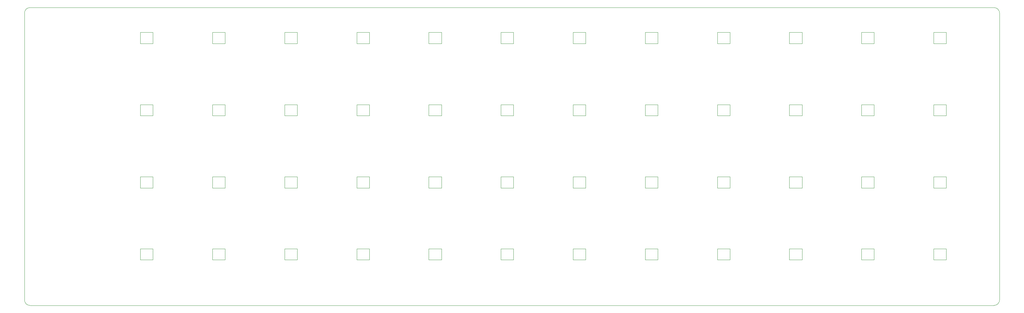
<source format=gbr>
%TF.GenerationSoftware,KiCad,Pcbnew,9.0.2+dfsg-1*%
%TF.CreationDate,2025-11-03T11:46:05-05:00*%
%TF.ProjectId,4x12,34783132-2e6b-4696-9361-645f70636258,rev?*%
%TF.SameCoordinates,Original*%
%TF.FileFunction,Profile,NP*%
%FSLAX46Y46*%
G04 Gerber Fmt 4.6, Leading zero omitted, Abs format (unit mm)*
G04 Created by KiCad (PCBNEW 9.0.2+dfsg-1) date 2025-11-03 11:46:05*
%MOMM*%
%LPD*%
G01*
G04 APERTURE LIST*
%TA.AperFunction,Profile*%
%ADD10C,0.050000*%
%TD*%
%TA.AperFunction,Profile*%
%ADD11C,0.120000*%
%TD*%
G04 APERTURE END LIST*
D10*
X279231683Y-120212361D02*
G75*
G02*
X277731685Y-121712283I-1499983J61D01*
G01*
X16164974Y-42706621D02*
G75*
G02*
X17664973Y-41206624I1499996J1D01*
G01*
X279231684Y-120212361D02*
X279230972Y-42706393D01*
X16164974Y-42706621D02*
X16165686Y-120212589D01*
X277730973Y-41206392D02*
G75*
G02*
X279230908Y-42706393I27J-1499908D01*
G01*
X277730973Y-41206392D02*
X17664974Y-41206621D01*
X17665686Y-121712586D02*
X277731684Y-121712361D01*
X17665686Y-121712589D02*
G75*
G02*
X16165711Y-120212589I14J1499989D01*
G01*
D11*
%TO.C,REF\u002A\u002A*%
X241992513Y-86929547D02*
X241992513Y-89929547D01*
X241992513Y-89929547D02*
X245392513Y-89929547D01*
X245392513Y-86929547D02*
X241992513Y-86929547D01*
X245392513Y-89929547D02*
X245392513Y-86929547D01*
X203080030Y-47929608D02*
X203080030Y-50929608D01*
X203080030Y-50929608D02*
X206480030Y-50929608D01*
X206480030Y-47929608D02*
X203080030Y-47929608D01*
X206480030Y-50929608D02*
X206480030Y-47929608D01*
X261448028Y-47929577D02*
X261448028Y-50929577D01*
X261448028Y-50929577D02*
X264848028Y-50929577D01*
X264848028Y-47929577D02*
X261448028Y-47929577D01*
X264848028Y-50929577D02*
X264848028Y-47929577D01*
X86344246Y-67429539D02*
X86344246Y-70429539D01*
X86344246Y-70429539D02*
X89744246Y-70429539D01*
X89744246Y-67429539D02*
X86344246Y-67429539D01*
X89744246Y-70429539D02*
X89744246Y-67429539D01*
X144712513Y-106385608D02*
X144712513Y-109385608D01*
X144712513Y-109385608D02*
X148112513Y-109385608D01*
X148112513Y-106385608D02*
X144712513Y-106385608D01*
X148112513Y-109385608D02*
X148112513Y-106385608D01*
X241992513Y-106385608D02*
X241992513Y-109385608D01*
X241992513Y-109385608D02*
X245392513Y-109385608D01*
X245392513Y-106385608D02*
X241992513Y-106385608D01*
X245392513Y-109385608D02*
X245392513Y-106385608D01*
X105800029Y-47929577D02*
X105800029Y-50929577D01*
X105800029Y-50929577D02*
X109200029Y-50929577D01*
X109200029Y-47929577D02*
X105800029Y-47929577D01*
X109200029Y-50929577D02*
X109200029Y-47929577D01*
X66888513Y-86929608D02*
X66888513Y-89929608D01*
X66888513Y-89929608D02*
X70288513Y-89929608D01*
X70288513Y-86929608D02*
X66888513Y-86929608D01*
X70288513Y-89929608D02*
X70288513Y-86929608D01*
X261448513Y-86929607D02*
X261448513Y-89929607D01*
X261448513Y-89929607D02*
X264848513Y-89929607D01*
X264848513Y-86929607D02*
X261448513Y-86929607D01*
X264848513Y-89929607D02*
X264848513Y-86929607D01*
X125256513Y-106385547D02*
X125256513Y-109385547D01*
X125256513Y-109385547D02*
X128656513Y-109385547D01*
X128656513Y-106385547D02*
X125256513Y-106385547D01*
X128656513Y-109385547D02*
X128656513Y-106385547D01*
X241992244Y-67429508D02*
X241992244Y-70429508D01*
X241992244Y-70429508D02*
X245392244Y-70429508D01*
X245392244Y-67429508D02*
X241992244Y-67429508D01*
X245392244Y-70429508D02*
X245392244Y-67429508D01*
X183624244Y-67429509D02*
X183624244Y-70429509D01*
X183624244Y-70429509D02*
X187024244Y-70429509D01*
X187024244Y-67429509D02*
X183624244Y-67429509D01*
X187024244Y-70429509D02*
X187024244Y-67429509D01*
X203080244Y-67429508D02*
X203080244Y-70429508D01*
X203080244Y-70429508D02*
X206480244Y-70429508D01*
X206480244Y-67429508D02*
X203080244Y-67429508D01*
X206480244Y-70429508D02*
X206480244Y-67429508D01*
X125256029Y-47929608D02*
X125256029Y-50929608D01*
X125256029Y-50929608D02*
X128656029Y-50929608D01*
X128656029Y-47929608D02*
X125256029Y-47929608D01*
X128656029Y-50929608D02*
X128656029Y-47929608D01*
X47432514Y-86929547D02*
X47432514Y-89929547D01*
X47432514Y-89929547D02*
X50832514Y-89929547D01*
X50832514Y-86929547D02*
X47432514Y-86929547D01*
X50832514Y-89929547D02*
X50832514Y-86929547D01*
X125256513Y-86929547D02*
X125256513Y-89929547D01*
X125256513Y-89929547D02*
X128656513Y-89929547D01*
X128656513Y-86929547D02*
X125256513Y-86929547D01*
X128656513Y-89929547D02*
X128656513Y-86929547D01*
X164168513Y-106385607D02*
X164168513Y-109385607D01*
X164168513Y-109385607D02*
X167568513Y-109385607D01*
X167568513Y-106385607D02*
X164168513Y-106385607D01*
X167568513Y-109385607D02*
X167568513Y-106385607D01*
X183624513Y-106385547D02*
X183624513Y-109385547D01*
X183624513Y-109385547D02*
X187024513Y-109385547D01*
X187024513Y-106385547D02*
X183624513Y-106385547D01*
X187024513Y-109385547D02*
X187024513Y-106385547D01*
X105800244Y-67429508D02*
X105800244Y-70429508D01*
X105800244Y-70429508D02*
X109200244Y-70429508D01*
X109200244Y-67429508D02*
X105800244Y-67429508D01*
X109200244Y-70429508D02*
X109200244Y-67429508D01*
X222536513Y-106385547D02*
X222536513Y-109385547D01*
X222536513Y-109385547D02*
X225936513Y-109385547D01*
X225936513Y-106385547D02*
X222536513Y-106385547D01*
X225936513Y-109385547D02*
X225936513Y-106385547D01*
X222536244Y-67429507D02*
X222536244Y-70429507D01*
X222536244Y-70429507D02*
X225936244Y-70429507D01*
X225936244Y-67429507D02*
X222536244Y-67429507D01*
X225936244Y-70429507D02*
X225936244Y-67429507D01*
X261448244Y-67429508D02*
X261448244Y-70429508D01*
X261448244Y-70429508D02*
X264848244Y-70429508D01*
X264848244Y-67429508D02*
X261448244Y-67429508D01*
X264848244Y-70429508D02*
X264848244Y-67429508D01*
X164168029Y-47929608D02*
X164168029Y-50929608D01*
X164168029Y-50929608D02*
X167568029Y-50929608D01*
X167568029Y-47929608D02*
X164168029Y-47929608D01*
X167568029Y-50929608D02*
X167568029Y-47929608D01*
X164168512Y-86929547D02*
X164168512Y-89929547D01*
X164168512Y-89929547D02*
X167568512Y-89929547D01*
X167568512Y-86929547D02*
X164168512Y-86929547D01*
X167568512Y-89929547D02*
X167568512Y-86929547D01*
X183624513Y-86929547D02*
X183624513Y-89929547D01*
X183624513Y-89929547D02*
X187024513Y-89929547D01*
X187024513Y-86929547D02*
X183624513Y-86929547D01*
X187024513Y-89929547D02*
X187024513Y-86929547D01*
X86344029Y-47929577D02*
X86344029Y-50929577D01*
X86344029Y-50929577D02*
X89744029Y-50929577D01*
X89744029Y-47929577D02*
X86344029Y-47929577D01*
X89744029Y-50929577D02*
X89744029Y-47929577D01*
X105800514Y-106385608D02*
X105800514Y-109385608D01*
X105800514Y-109385608D02*
X109200514Y-109385608D01*
X109200514Y-106385608D02*
X105800514Y-106385608D01*
X109200514Y-109385608D02*
X109200514Y-106385608D01*
X222536513Y-86929547D02*
X222536513Y-89929547D01*
X222536513Y-89929547D02*
X225936513Y-89929547D01*
X225936513Y-86929547D02*
X222536513Y-86929547D01*
X225936513Y-89929547D02*
X225936513Y-86929547D01*
X222536029Y-47929608D02*
X222536029Y-50929608D01*
X222536029Y-50929608D02*
X225936029Y-50929608D01*
X225936029Y-47929608D02*
X222536029Y-47929608D01*
X225936029Y-50929608D02*
X225936029Y-47929608D01*
X125256244Y-67429539D02*
X125256244Y-70429539D01*
X125256244Y-70429539D02*
X128656244Y-70429539D01*
X128656244Y-67429539D02*
X125256244Y-67429539D01*
X128656244Y-70429539D02*
X128656244Y-67429539D01*
X47432513Y-106385558D02*
X47432513Y-109385558D01*
X47432513Y-109385558D02*
X50832513Y-109385558D01*
X50832513Y-106385558D02*
X47432513Y-106385558D01*
X50832513Y-109385558D02*
X50832513Y-106385558D01*
X203080513Y-106385547D02*
X203080513Y-109385547D01*
X203080513Y-109385547D02*
X206480513Y-109385547D01*
X206480513Y-106385547D02*
X203080513Y-106385547D01*
X206480513Y-109385547D02*
X206480513Y-106385547D01*
X203080514Y-86929608D02*
X203080514Y-89929608D01*
X203080514Y-89929608D02*
X206480514Y-89929608D01*
X206480514Y-86929608D02*
X203080514Y-86929608D01*
X206480514Y-89929608D02*
X206480514Y-86929608D01*
X261448512Y-106385547D02*
X261448512Y-109385547D01*
X261448512Y-109385547D02*
X264848512Y-109385547D01*
X264848512Y-106385547D02*
X261448512Y-106385547D01*
X264848512Y-109385547D02*
X264848512Y-106385547D01*
X86344513Y-86929547D02*
X86344513Y-89929547D01*
X86344513Y-89929547D02*
X89744513Y-89929547D01*
X89744513Y-86929547D02*
X86344513Y-86929547D01*
X89744513Y-89929547D02*
X89744513Y-86929547D01*
X183624029Y-47929608D02*
X183624029Y-50929608D01*
X183624029Y-50929608D02*
X187024029Y-50929608D01*
X187024029Y-47929608D02*
X183624029Y-47929608D01*
X187024029Y-50929608D02*
X187024029Y-47929608D01*
X144712244Y-67429508D02*
X144712244Y-70429508D01*
X144712244Y-70429508D02*
X148112244Y-70429508D01*
X148112244Y-67429508D02*
X144712244Y-67429508D01*
X148112244Y-70429508D02*
X148112244Y-67429508D01*
X66888512Y-106385547D02*
X66888512Y-109385547D01*
X66888512Y-109385547D02*
X70288512Y-109385547D01*
X70288512Y-106385547D02*
X66888512Y-106385547D01*
X70288512Y-109385547D02*
X70288512Y-106385547D01*
X144712512Y-86929547D02*
X144712512Y-89929547D01*
X144712512Y-89929547D02*
X148112512Y-89929547D01*
X148112512Y-86929547D02*
X144712512Y-86929547D01*
X148112512Y-89929547D02*
X148112512Y-86929547D01*
X144712029Y-47929577D02*
X144712029Y-50929577D01*
X144712029Y-50929577D02*
X148112029Y-50929577D01*
X148112029Y-47929577D02*
X144712029Y-47929577D01*
X148112029Y-50929577D02*
X148112029Y-47929577D01*
X105800514Y-86929608D02*
X105800514Y-89929608D01*
X105800514Y-89929608D02*
X109200514Y-89929608D01*
X109200514Y-86929608D02*
X105800514Y-86929608D01*
X109200514Y-89929608D02*
X109200514Y-86929608D01*
X164168244Y-67429539D02*
X164168244Y-70429539D01*
X164168244Y-70429539D02*
X167568244Y-70429539D01*
X167568244Y-67429539D02*
X164168244Y-67429539D01*
X167568244Y-70429539D02*
X167568244Y-67429539D01*
X47432029Y-47929577D02*
X47432029Y-50929577D01*
X47432029Y-50929577D02*
X50832029Y-50929577D01*
X50832029Y-47929577D02*
X47432029Y-47929577D01*
X50832029Y-50929577D02*
X50832029Y-47929577D01*
X66888244Y-67429539D02*
X66888244Y-70429539D01*
X66888244Y-70429539D02*
X70288244Y-70429539D01*
X70288244Y-67429539D02*
X66888244Y-67429539D01*
X70288244Y-70429539D02*
X70288244Y-67429539D01*
X66888029Y-47929576D02*
X66888029Y-50929576D01*
X66888029Y-50929576D02*
X70288029Y-50929576D01*
X70288029Y-47929576D02*
X66888029Y-47929576D01*
X70288029Y-50929576D02*
X70288029Y-47929576D01*
X86344513Y-106385608D02*
X86344513Y-109385608D01*
X86344513Y-109385608D02*
X89744513Y-109385608D01*
X89744513Y-106385608D02*
X86344513Y-106385608D01*
X89744513Y-109385608D02*
X89744513Y-106385608D01*
X241992029Y-47929578D02*
X241992029Y-50929578D01*
X241992029Y-50929578D02*
X245392029Y-50929578D01*
X245392029Y-47929578D02*
X241992029Y-47929578D01*
X245392029Y-50929578D02*
X245392029Y-47929578D01*
X47432244Y-67429508D02*
X47432244Y-70429508D01*
X47432244Y-70429508D02*
X50832244Y-70429508D01*
X50832244Y-67429508D02*
X47432244Y-67429508D01*
X50832244Y-70429508D02*
X50832244Y-67429508D01*
%TD*%
M02*

</source>
